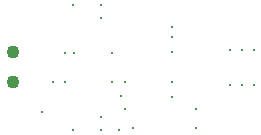
<source format=gbr>
%TF.GenerationSoftware,Altium Limited,Altium Designer,23.5.1 (21)*%
G04 Layer_Color=0*
%FSLAX45Y45*%
%MOMM*%
%TF.SameCoordinates,DD9E7470-14DF-4C20-BCD2-90D554482088*%
%TF.FilePolarity,Positive*%
%TF.FileFunction,Plated,1,4,PTH,Drill*%
%TF.Part,Single*%
G01*
G75*
%TA.AperFunction,ComponentDrill*%
%ADD57C,1.10000*%
%TA.AperFunction,ViaDrill,NotFilled*%
%ADD58C,0.30000*%
D57*
X-640000Y-127000D02*
D03*
Y127000D02*
D03*
D58*
X-120000Y120000D02*
D03*
X710000Y340000D02*
D03*
X-133488Y530019D02*
D03*
X1200000Y-150000D02*
D03*
X1300000D02*
D03*
X1400000D02*
D03*
Y150000D02*
D03*
X1300000D02*
D03*
X1200000D02*
D03*
X709999Y-254000D02*
D03*
X710000Y-127000D02*
D03*
X710000Y254000D02*
D03*
X710000Y127000D02*
D03*
X310000Y-350000D02*
D03*
X380000Y-510000D02*
D03*
X280000Y-240000D02*
D03*
X310000Y-120000D02*
D03*
X-390009Y-379990D02*
D03*
X200000Y-120000D02*
D03*
X909991Y-349990D02*
D03*
Y-509991D02*
D03*
X106500Y530019D02*
D03*
Y420019D02*
D03*
X106488Y-420000D02*
D03*
X-133500Y-530000D02*
D03*
X-299991Y-119990D02*
D03*
X-200000Y-120000D02*
D03*
X-200019Y119988D02*
D03*
X199981D02*
D03*
X260000Y-530000D02*
D03*
X106488Y-530000D02*
D03*
%TF.MD5,c8326902f847ef6009f42a5f1a76c698*%
M02*

</source>
